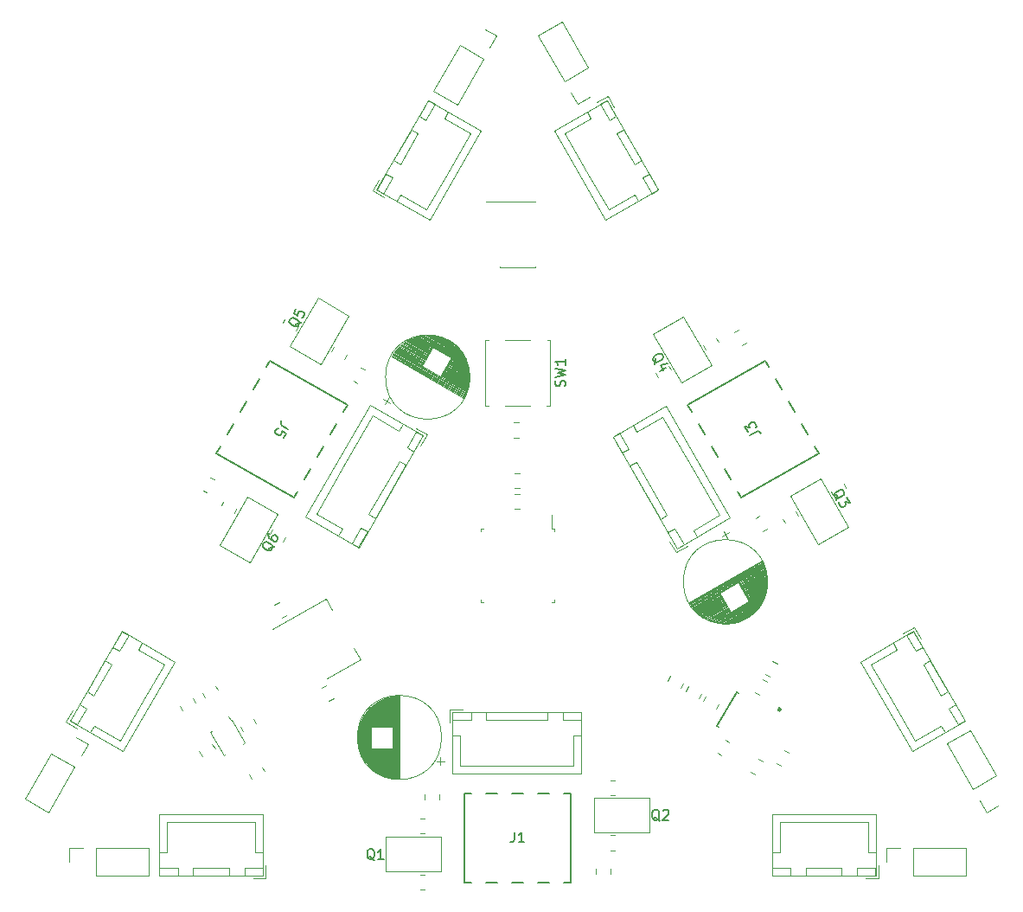
<source format=gbr>
%TF.GenerationSoftware,KiCad,Pcbnew,7.0.5*%
%TF.CreationDate,2023-07-14T15:15:51+02:00*%
%TF.ProjectId,Small,536d616c-6c2e-46b6-9963-61645f706362,rev?*%
%TF.SameCoordinates,Original*%
%TF.FileFunction,Legend,Top*%
%TF.FilePolarity,Positive*%
%FSLAX46Y46*%
G04 Gerber Fmt 4.6, Leading zero omitted, Abs format (unit mm)*
G04 Created by KiCad (PCBNEW 7.0.5) date 2023-07-14 15:15:51*
%MOMM*%
%LPD*%
G01*
G04 APERTURE LIST*
%ADD10C,0.150000*%
%ADD11C,0.120000*%
%ADD12C,0.152400*%
%ADD13C,0.254000*%
G04 APERTURE END LIST*
D10*
%TO.C,J1*%
X74666666Y-111454819D02*
X74666666Y-112169104D01*
X74666666Y-112169104D02*
X74619047Y-112311961D01*
X74619047Y-112311961D02*
X74523809Y-112407200D01*
X74523809Y-112407200D02*
X74380952Y-112454819D01*
X74380952Y-112454819D02*
X74285714Y-112454819D01*
X75666666Y-112454819D02*
X75095238Y-112454819D01*
X75380952Y-112454819D02*
X75380952Y-111454819D01*
X75380952Y-111454819D02*
X75285714Y-111597676D01*
X75285714Y-111597676D02*
X75190476Y-111692914D01*
X75190476Y-111692914D02*
X75095238Y-111740533D01*
%TO.C,Q4*%
X88449221Y-65697101D02*
X88442841Y-65590813D01*
X88442841Y-65590813D02*
X88477701Y-65460716D01*
X88477701Y-65460716D02*
X88529990Y-65265569D01*
X88529990Y-65265569D02*
X88523610Y-65159281D01*
X88523610Y-65159281D02*
X88475991Y-65076802D01*
X88293604Y-65237089D02*
X88287225Y-65130801D01*
X88287225Y-65130801D02*
X88322084Y-65000704D01*
X88322084Y-65000704D02*
X88463232Y-64864226D01*
X88463232Y-64864226D02*
X88751907Y-64697560D01*
X88751907Y-64697560D02*
X88940674Y-64643561D01*
X88940674Y-64643561D02*
X89070771Y-64678420D01*
X89070771Y-64678420D02*
X89159630Y-64737089D01*
X89159630Y-64737089D02*
X89254868Y-64902047D01*
X89254868Y-64902047D02*
X89261248Y-65008335D01*
X89261248Y-65008335D02*
X89226388Y-65138432D01*
X89226388Y-65138432D02*
X89085240Y-65274910D01*
X89085240Y-65274910D02*
X88796565Y-65441576D01*
X88796565Y-65441576D02*
X88607798Y-65495575D01*
X88607798Y-65495575D02*
X88477701Y-65460716D01*
X88477701Y-65460716D02*
X88388842Y-65402047D01*
X88388842Y-65402047D02*
X88293604Y-65237089D01*
X89513812Y-66017217D02*
X88936461Y-66350551D01*
X89724679Y-65620545D02*
X88987041Y-65771491D01*
X88987041Y-65771491D02*
X89296565Y-66307602D01*
%TO.C,Q2*%
X88904761Y-110350057D02*
X88809523Y-110302438D01*
X88809523Y-110302438D02*
X88714285Y-110207200D01*
X88714285Y-110207200D02*
X88571428Y-110064342D01*
X88571428Y-110064342D02*
X88476190Y-110016723D01*
X88476190Y-110016723D02*
X88380952Y-110016723D01*
X88428571Y-110254819D02*
X88333333Y-110207200D01*
X88333333Y-110207200D02*
X88238095Y-110111961D01*
X88238095Y-110111961D02*
X88190476Y-109921485D01*
X88190476Y-109921485D02*
X88190476Y-109588152D01*
X88190476Y-109588152D02*
X88238095Y-109397676D01*
X88238095Y-109397676D02*
X88333333Y-109302438D01*
X88333333Y-109302438D02*
X88428571Y-109254819D01*
X88428571Y-109254819D02*
X88619047Y-109254819D01*
X88619047Y-109254819D02*
X88714285Y-109302438D01*
X88714285Y-109302438D02*
X88809523Y-109397676D01*
X88809523Y-109397676D02*
X88857142Y-109588152D01*
X88857142Y-109588152D02*
X88857142Y-109921485D01*
X88857142Y-109921485D02*
X88809523Y-110111961D01*
X88809523Y-110111961D02*
X88714285Y-110207200D01*
X88714285Y-110207200D02*
X88619047Y-110254819D01*
X88619047Y-110254819D02*
X88428571Y-110254819D01*
X89238095Y-109350057D02*
X89285714Y-109302438D01*
X89285714Y-109302438D02*
X89380952Y-109254819D01*
X89380952Y-109254819D02*
X89619047Y-109254819D01*
X89619047Y-109254819D02*
X89714285Y-109302438D01*
X89714285Y-109302438D02*
X89761904Y-109350057D01*
X89761904Y-109350057D02*
X89809523Y-109445295D01*
X89809523Y-109445295D02*
X89809523Y-109540533D01*
X89809523Y-109540533D02*
X89761904Y-109683390D01*
X89761904Y-109683390D02*
X89190476Y-110254819D01*
X89190476Y-110254819D02*
X89809523Y-110254819D01*
%TO.C,SW1*%
X79647200Y-67833332D02*
X79694819Y-67690475D01*
X79694819Y-67690475D02*
X79694819Y-67452380D01*
X79694819Y-67452380D02*
X79647200Y-67357142D01*
X79647200Y-67357142D02*
X79599580Y-67309523D01*
X79599580Y-67309523D02*
X79504342Y-67261904D01*
X79504342Y-67261904D02*
X79409104Y-67261904D01*
X79409104Y-67261904D02*
X79313866Y-67309523D01*
X79313866Y-67309523D02*
X79266247Y-67357142D01*
X79266247Y-67357142D02*
X79218628Y-67452380D01*
X79218628Y-67452380D02*
X79171009Y-67642856D01*
X79171009Y-67642856D02*
X79123390Y-67738094D01*
X79123390Y-67738094D02*
X79075771Y-67785713D01*
X79075771Y-67785713D02*
X78980533Y-67833332D01*
X78980533Y-67833332D02*
X78885295Y-67833332D01*
X78885295Y-67833332D02*
X78790057Y-67785713D01*
X78790057Y-67785713D02*
X78742438Y-67738094D01*
X78742438Y-67738094D02*
X78694819Y-67642856D01*
X78694819Y-67642856D02*
X78694819Y-67404761D01*
X78694819Y-67404761D02*
X78742438Y-67261904D01*
X78694819Y-66928570D02*
X79694819Y-66690475D01*
X79694819Y-66690475D02*
X78980533Y-66499999D01*
X78980533Y-66499999D02*
X79694819Y-66309523D01*
X79694819Y-66309523D02*
X78694819Y-66071428D01*
X79694819Y-65166666D02*
X79694819Y-65738094D01*
X79694819Y-65452380D02*
X78694819Y-65452380D01*
X78694819Y-65452380D02*
X78837676Y-65547618D01*
X78837676Y-65547618D02*
X78932914Y-65642856D01*
X78932914Y-65642856D02*
X78980533Y-65738094D01*
%TO.C,Q1*%
X61004761Y-114200057D02*
X60909523Y-114152438D01*
X60909523Y-114152438D02*
X60814285Y-114057200D01*
X60814285Y-114057200D02*
X60671428Y-113914342D01*
X60671428Y-113914342D02*
X60576190Y-113866723D01*
X60576190Y-113866723D02*
X60480952Y-113866723D01*
X60528571Y-114104819D02*
X60433333Y-114057200D01*
X60433333Y-114057200D02*
X60338095Y-113961961D01*
X60338095Y-113961961D02*
X60290476Y-113771485D01*
X60290476Y-113771485D02*
X60290476Y-113438152D01*
X60290476Y-113438152D02*
X60338095Y-113247676D01*
X60338095Y-113247676D02*
X60433333Y-113152438D01*
X60433333Y-113152438D02*
X60528571Y-113104819D01*
X60528571Y-113104819D02*
X60719047Y-113104819D01*
X60719047Y-113104819D02*
X60814285Y-113152438D01*
X60814285Y-113152438D02*
X60909523Y-113247676D01*
X60909523Y-113247676D02*
X60957142Y-113438152D01*
X60957142Y-113438152D02*
X60957142Y-113771485D01*
X60957142Y-113771485D02*
X60909523Y-113961961D01*
X60909523Y-113961961D02*
X60814285Y-114057200D01*
X60814285Y-114057200D02*
X60719047Y-114104819D01*
X60719047Y-114104819D02*
X60528571Y-114104819D01*
X61909523Y-114104819D02*
X61338095Y-114104819D01*
X61623809Y-114104819D02*
X61623809Y-113104819D01*
X61623809Y-113104819D02*
X61528571Y-113247676D01*
X61528571Y-113247676D02*
X61433333Y-113342914D01*
X61433333Y-113342914D02*
X61338095Y-113390533D01*
%TO.C,Q6*%
X51250249Y-83441353D02*
X51161391Y-83500022D01*
X51161391Y-83500022D02*
X51031293Y-83534881D01*
X51031293Y-83534881D02*
X50836146Y-83587171D01*
X50836146Y-83587171D02*
X50747288Y-83645840D01*
X50747288Y-83645840D02*
X50699669Y-83728318D01*
X50929675Y-83806127D02*
X50840817Y-83864796D01*
X50840817Y-83864796D02*
X50710719Y-83899655D01*
X50710719Y-83899655D02*
X50521952Y-83845657D01*
X50521952Y-83845657D02*
X50233277Y-83678990D01*
X50233277Y-83678990D02*
X50092129Y-83542512D01*
X50092129Y-83542512D02*
X50057270Y-83412415D01*
X50057270Y-83412415D02*
X50063650Y-83306127D01*
X50063650Y-83306127D02*
X50158888Y-83141169D01*
X50158888Y-83141169D02*
X50247746Y-83082500D01*
X50247746Y-83082500D02*
X50377844Y-83047641D01*
X50377844Y-83047641D02*
X50566611Y-83101640D01*
X50566611Y-83101640D02*
X50855286Y-83268306D01*
X50855286Y-83268306D02*
X50996433Y-83404784D01*
X50996433Y-83404784D02*
X51031293Y-83534881D01*
X51031293Y-83534881D02*
X51024913Y-83641169D01*
X51024913Y-83641169D02*
X50929675Y-83806127D01*
X50706507Y-82192665D02*
X50611269Y-82357623D01*
X50611269Y-82357623D02*
X50604889Y-82463911D01*
X50604889Y-82463911D02*
X50622319Y-82528960D01*
X50622319Y-82528960D02*
X50698418Y-82682867D01*
X50698418Y-82682867D02*
X50839565Y-82819344D01*
X50839565Y-82819344D02*
X51169480Y-83009820D01*
X51169480Y-83009820D02*
X51275768Y-83016200D01*
X51275768Y-83016200D02*
X51340817Y-82998770D01*
X51340817Y-82998770D02*
X51429675Y-82940101D01*
X51429675Y-82940101D02*
X51524913Y-82775144D01*
X51524913Y-82775144D02*
X51531293Y-82668856D01*
X51531293Y-82668856D02*
X51513863Y-82603807D01*
X51513863Y-82603807D02*
X51455194Y-82514949D01*
X51455194Y-82514949D02*
X51248997Y-82395901D01*
X51248997Y-82395901D02*
X51142709Y-82389521D01*
X51142709Y-82389521D02*
X51077661Y-82406951D01*
X51077661Y-82406951D02*
X50988802Y-82465620D01*
X50988802Y-82465620D02*
X50893564Y-82630578D01*
X50893564Y-82630578D02*
X50887184Y-82736866D01*
X50887184Y-82736866D02*
X50904614Y-82801914D01*
X50904614Y-82801914D02*
X50963283Y-82890773D01*
%TO.C,Q3*%
X106170246Y-79001395D02*
X106163866Y-78895107D01*
X106163866Y-78895107D02*
X106198726Y-78765010D01*
X106198726Y-78765010D02*
X106251015Y-78569863D01*
X106251015Y-78569863D02*
X106244635Y-78463575D01*
X106244635Y-78463575D02*
X106197016Y-78381096D01*
X106014629Y-78541383D02*
X106008250Y-78435095D01*
X106008250Y-78435095D02*
X106043109Y-78304998D01*
X106043109Y-78304998D02*
X106184257Y-78168520D01*
X106184257Y-78168520D02*
X106472932Y-78001854D01*
X106472932Y-78001854D02*
X106661699Y-77947855D01*
X106661699Y-77947855D02*
X106791796Y-77982714D01*
X106791796Y-77982714D02*
X106880655Y-78041383D01*
X106880655Y-78041383D02*
X106975893Y-78206341D01*
X106975893Y-78206341D02*
X106982273Y-78312629D01*
X106982273Y-78312629D02*
X106947413Y-78442726D01*
X106947413Y-78442726D02*
X106806265Y-78579204D01*
X106806265Y-78579204D02*
X106517590Y-78745870D01*
X106517590Y-78745870D02*
X106328823Y-78799869D01*
X106328823Y-78799869D02*
X106198726Y-78765010D01*
X106198726Y-78765010D02*
X106109867Y-78706341D01*
X106109867Y-78706341D02*
X106014629Y-78541383D01*
X107261607Y-78701212D02*
X107571131Y-79237323D01*
X107571131Y-79237323D02*
X107074550Y-79139124D01*
X107074550Y-79139124D02*
X107145978Y-79262842D01*
X107145978Y-79262842D02*
X107152358Y-79369130D01*
X107152358Y-79369130D02*
X107134928Y-79434179D01*
X107134928Y-79434179D02*
X107076259Y-79523037D01*
X107076259Y-79523037D02*
X106870063Y-79642085D01*
X106870063Y-79642085D02*
X106763775Y-79648465D01*
X106763775Y-79648465D02*
X106698726Y-79631035D01*
X106698726Y-79631035D02*
X106609867Y-79572366D01*
X106609867Y-79572366D02*
X106467010Y-79324930D01*
X106467010Y-79324930D02*
X106460631Y-79218642D01*
X106460631Y-79218642D02*
X106478060Y-79153593D01*
%TO.C,Q5*%
X53845250Y-61523661D02*
X53756392Y-61582330D01*
X53756392Y-61582330D02*
X53626294Y-61617189D01*
X53626294Y-61617189D02*
X53431147Y-61669479D01*
X53431147Y-61669479D02*
X53342289Y-61728148D01*
X53342289Y-61728148D02*
X53294670Y-61810626D01*
X53524676Y-61888435D02*
X53435818Y-61947104D01*
X53435818Y-61947104D02*
X53305720Y-61981963D01*
X53305720Y-61981963D02*
X53116953Y-61927965D01*
X53116953Y-61927965D02*
X52828278Y-61761298D01*
X52828278Y-61761298D02*
X52687130Y-61624820D01*
X52687130Y-61624820D02*
X52652271Y-61494723D01*
X52652271Y-61494723D02*
X52658651Y-61388435D01*
X52658651Y-61388435D02*
X52753889Y-61223477D01*
X52753889Y-61223477D02*
X52842747Y-61164808D01*
X52842747Y-61164808D02*
X52972845Y-61129949D01*
X52972845Y-61129949D02*
X53161612Y-61183948D01*
X53161612Y-61183948D02*
X53450287Y-61350614D01*
X53450287Y-61350614D02*
X53591434Y-61487092D01*
X53591434Y-61487092D02*
X53626294Y-61617189D01*
X53626294Y-61617189D02*
X53619914Y-61723477D01*
X53619914Y-61723477D02*
X53524676Y-61888435D01*
X53325317Y-60233734D02*
X53087222Y-60646127D01*
X53087222Y-60646127D02*
X53475806Y-60925462D01*
X53475806Y-60925462D02*
X53458376Y-60860413D01*
X53458376Y-60860413D02*
X53464756Y-60754125D01*
X53464756Y-60754125D02*
X53583803Y-60547928D01*
X53583803Y-60547928D02*
X53672662Y-60489259D01*
X53672662Y-60489259D02*
X53737710Y-60471829D01*
X53737710Y-60471829D02*
X53843998Y-60478209D01*
X53843998Y-60478209D02*
X54050195Y-60597257D01*
X54050195Y-60597257D02*
X54108864Y-60686115D01*
X54108864Y-60686115D02*
X54126294Y-60751164D01*
X54126294Y-60751164D02*
X54119914Y-60857452D01*
X54119914Y-60857452D02*
X54000867Y-61063649D01*
X54000867Y-61063649D02*
X53912008Y-61122318D01*
X53912008Y-61122318D02*
X53846959Y-61139747D01*
%TO.C,J3*%
X97766322Y-72599742D02*
X98384911Y-72242599D01*
X98384911Y-72242599D02*
X98532439Y-72212410D01*
X98532439Y-72212410D02*
X98662536Y-72247270D01*
X98662536Y-72247270D02*
X98775204Y-72347178D01*
X98775204Y-72347178D02*
X98822823Y-72429657D01*
X97575845Y-72269828D02*
X97266322Y-71733717D01*
X97266322Y-71733717D02*
X97762903Y-71831916D01*
X97762903Y-71831916D02*
X97691474Y-71708198D01*
X97691474Y-71708198D02*
X97685094Y-71601910D01*
X97685094Y-71601910D02*
X97702524Y-71536861D01*
X97702524Y-71536861D02*
X97761193Y-71448002D01*
X97761193Y-71448002D02*
X97967390Y-71328955D01*
X97967390Y-71328955D02*
X98073678Y-71322575D01*
X98073678Y-71322575D02*
X98138727Y-71340005D01*
X98138727Y-71340005D02*
X98227585Y-71398674D01*
X98227585Y-71398674D02*
X98370442Y-71646110D01*
X98370442Y-71646110D02*
X98376822Y-71752398D01*
X98376822Y-71752398D02*
X98359392Y-71817447D01*
%TO.C,J5*%
X52567009Y-72022392D02*
X51948419Y-71665249D01*
X51948419Y-71665249D02*
X51848511Y-71552581D01*
X51848511Y-71552581D02*
X51813651Y-71422483D01*
X51813651Y-71422483D02*
X51843841Y-71274956D01*
X51843841Y-71274956D02*
X51891460Y-71192477D01*
X52090818Y-72847178D02*
X52328913Y-72434785D01*
X52328913Y-72434785D02*
X51940330Y-72155450D01*
X51940330Y-72155450D02*
X51957760Y-72220499D01*
X51957760Y-72220499D02*
X51951380Y-72326787D01*
X51951380Y-72326787D02*
X51832332Y-72532984D01*
X51832332Y-72532984D02*
X51743474Y-72591653D01*
X51743474Y-72591653D02*
X51678425Y-72609083D01*
X51678425Y-72609083D02*
X51572137Y-72602703D01*
X51572137Y-72602703D02*
X51365940Y-72483655D01*
X51365940Y-72483655D02*
X51307271Y-72394797D01*
X51307271Y-72394797D02*
X51289842Y-72329748D01*
X51289842Y-72329748D02*
X51296221Y-72223460D01*
X51296221Y-72223460D02*
X51415269Y-72017264D01*
X51415269Y-72017264D02*
X51504127Y-71958594D01*
X51504127Y-71958594D02*
X51569176Y-71941165D01*
D11*
%TO.C,J14*%
X50350000Y-115983800D02*
X50350000Y-114733800D01*
X50060000Y-115693800D02*
X50060000Y-109723800D01*
X50060000Y-109723800D02*
X39940000Y-109723800D01*
X50050000Y-115683800D02*
X50050000Y-114933800D01*
X50050000Y-114933800D02*
X48250000Y-114933800D01*
X50050000Y-113433800D02*
X49300000Y-113433800D01*
X49300000Y-113433800D02*
X49300000Y-110483800D01*
X49300000Y-110483800D02*
X45000000Y-110483800D01*
X49100000Y-115983800D02*
X50350000Y-115983800D01*
X48250000Y-115683800D02*
X50050000Y-115683800D01*
X48250000Y-114933800D02*
X48250000Y-115683800D01*
X46750000Y-115683800D02*
X46750000Y-114933800D01*
X46750000Y-114933800D02*
X43250000Y-114933800D01*
X43250000Y-115683800D02*
X46750000Y-115683800D01*
X43250000Y-114933800D02*
X43250000Y-115683800D01*
X41750000Y-115683800D02*
X41750000Y-114933800D01*
X41750000Y-114933800D02*
X39950000Y-114933800D01*
X40700000Y-113433800D02*
X40700000Y-110483800D01*
X40700000Y-110483800D02*
X45000000Y-110483800D01*
X39950000Y-115683800D02*
X41750000Y-115683800D01*
X39950000Y-114933800D02*
X39950000Y-115683800D01*
X39950000Y-113433800D02*
X40700000Y-113433800D01*
X39940000Y-115693800D02*
X50060000Y-115693800D01*
X39940000Y-109723800D02*
X39940000Y-115693800D01*
D12*
%TO.C,J1*%
X69767600Y-107631200D02*
X69767600Y-116368800D01*
X69767600Y-116368800D02*
X70501260Y-116368800D01*
X70501260Y-107631200D02*
X69767600Y-107631200D01*
X71878740Y-116368800D02*
X73041260Y-116368800D01*
X73041260Y-107631200D02*
X71878740Y-107631200D01*
X74418740Y-116368800D02*
X75581260Y-116368800D01*
X75581260Y-107631200D02*
X74418740Y-107631200D01*
X76958740Y-116368800D02*
X78121260Y-116368800D01*
X78121260Y-107631200D02*
X76958740Y-107631200D01*
X79498740Y-116368800D02*
X80232400Y-116368800D01*
X80232400Y-107631200D02*
X79498740Y-107631200D01*
X80232400Y-116368800D02*
X80232400Y-107631200D01*
D11*
%TO.C,R1*%
X65472936Y-115615000D02*
X65927064Y-115615000D01*
X65472936Y-117085000D02*
X65927064Y-117085000D01*
%TO.C,R14*%
X93403540Y-64248118D02*
X93176476Y-63854832D01*
X94676598Y-63513118D02*
X94449534Y-63119832D01*
%TO.C,R8*%
X84072936Y-111765000D02*
X84527064Y-111765000D01*
X84072936Y-113235000D02*
X84527064Y-113235000D01*
%TO.C,C5*%
X94713726Y-98930905D02*
X94452474Y-99383407D01*
X93440668Y-98195905D02*
X93179416Y-98648407D01*
%TO.C,R10*%
X89772997Y-65819832D02*
X90000061Y-66213118D01*
X88499939Y-66554832D02*
X88727003Y-66948118D01*
%TO.C,J9*%
X113745000Y-115705000D02*
X118885000Y-115705000D01*
X113745000Y-115705000D02*
X113745000Y-113045000D01*
X118885000Y-115705000D02*
X118885000Y-113045000D01*
X111145000Y-114375000D02*
X111145000Y-113045000D01*
X111145000Y-113045000D02*
X112475000Y-113045000D01*
X113745000Y-113045000D02*
X118885000Y-113045000D01*
%TO.C,R13*%
X102263893Y-80065280D02*
X102490957Y-80458566D01*
X100990835Y-80800280D02*
X101217899Y-81193566D01*
%TO.C,Q4*%
X91018717Y-67476484D02*
X93988319Y-65761984D01*
X93988319Y-65761984D02*
X91257819Y-61032620D01*
X88288217Y-62747120D02*
X91018717Y-67476484D01*
X91257819Y-61032620D02*
X88288217Y-62747120D01*
%TO.C,C7*%
X101091769Y-103466306D02*
X101544271Y-103727558D01*
X100356769Y-104739364D02*
X100809271Y-105000616D01*
%TO.C,R6*%
X98573357Y-104321701D02*
X98966643Y-104548765D01*
X97838357Y-105594759D02*
X98231643Y-105821823D01*
%TO.C,C4*%
X92981675Y-97930905D02*
X92720423Y-98383407D01*
X91708617Y-97195905D02*
X91447365Y-97648407D01*
%TO.C,R19*%
X59658868Y-65999939D02*
X60052154Y-66227003D01*
X58923868Y-67272997D02*
X59317154Y-67500061D01*
%TO.C,R12*%
X96237265Y-62540401D02*
X96630551Y-62313337D01*
X96972265Y-63813459D02*
X97365551Y-63586395D01*
%TO.C,J4*%
X90526596Y-84085005D02*
X91609128Y-83460005D01*
X90632744Y-83688858D02*
X95802915Y-80703858D01*
X95802915Y-80703858D02*
X89492915Y-69774617D01*
X90636404Y-83675198D02*
X91285923Y-83300198D01*
X91285923Y-83300198D02*
X90385923Y-81741352D01*
X92584961Y-82550198D02*
X92209961Y-81900679D01*
X92209961Y-81900679D02*
X94764736Y-80425679D01*
X94764736Y-80425679D02*
X91989736Y-75619238D01*
X89901596Y-83002474D02*
X90526596Y-84085005D01*
X89736404Y-82116352D02*
X90636404Y-83675198D01*
X90385923Y-81741352D02*
X89736404Y-82116352D01*
X88986404Y-80817314D02*
X89635923Y-80442314D01*
X89635923Y-80442314D02*
X86635923Y-75246162D01*
X85986404Y-75621162D02*
X88986404Y-80817314D01*
X86635923Y-75246162D02*
X85986404Y-75621162D01*
X85236404Y-74322123D02*
X85885923Y-73947123D01*
X85885923Y-73947123D02*
X84985923Y-72388278D01*
X86659961Y-72287797D02*
X89214736Y-70812797D01*
X89214736Y-70812797D02*
X91989736Y-75619238D01*
X84336404Y-72763278D02*
X85236404Y-74322123D01*
X84985923Y-72388278D02*
X84336404Y-72763278D01*
X86284961Y-71638278D02*
X86659961Y-72287797D01*
X84322744Y-72759617D02*
X90632744Y-83688858D01*
X89492915Y-69774617D02*
X84322744Y-72759617D01*
%TO.C,C8*%
X67849698Y-104507400D02*
X67049698Y-104507400D01*
X67449698Y-104907400D02*
X67449698Y-104107400D01*
X63440000Y-106272400D02*
X63440000Y-98112400D01*
X63400000Y-106272400D02*
X63400000Y-98112400D01*
X63360000Y-106272400D02*
X63360000Y-98112400D01*
X63320000Y-106271400D02*
X63320000Y-98113400D01*
X63280000Y-106269400D02*
X63280000Y-98115400D01*
X63240000Y-106268400D02*
X63240000Y-98116400D01*
X63200000Y-106266400D02*
X63200000Y-98118400D01*
X63160000Y-106263400D02*
X63160000Y-98121400D01*
X63120000Y-106260400D02*
X63120000Y-98124400D01*
X63080000Y-106257400D02*
X63080000Y-98127400D01*
X63040000Y-106253400D02*
X63040000Y-98131400D01*
X63000000Y-106249400D02*
X63000000Y-98135400D01*
X62960000Y-106244400D02*
X62960000Y-98140400D01*
X62920000Y-106240400D02*
X62920000Y-98144400D01*
X62880000Y-106234400D02*
X62880000Y-98150400D01*
X62840000Y-106229400D02*
X62840000Y-98155400D01*
X62800000Y-106222400D02*
X62800000Y-98162400D01*
X62760000Y-106216400D02*
X62760000Y-98168400D01*
X62719000Y-106209400D02*
X62719000Y-103232400D01*
X62719000Y-101152400D02*
X62719000Y-98175400D01*
X62679000Y-106202400D02*
X62679000Y-103232400D01*
X62679000Y-101152400D02*
X62679000Y-98182400D01*
X62639000Y-106194400D02*
X62639000Y-103232400D01*
X62639000Y-101152400D02*
X62639000Y-98190400D01*
X62599000Y-106186400D02*
X62599000Y-103232400D01*
X62599000Y-101152400D02*
X62599000Y-98198400D01*
X62559000Y-106177400D02*
X62559000Y-103232400D01*
X62559000Y-101152400D02*
X62559000Y-98207400D01*
X62519000Y-106168400D02*
X62519000Y-103232400D01*
X62519000Y-101152400D02*
X62519000Y-98216400D01*
X62479000Y-106159400D02*
X62479000Y-103232400D01*
X62479000Y-101152400D02*
X62479000Y-98225400D01*
X62439000Y-106149400D02*
X62439000Y-103232400D01*
X62439000Y-101152400D02*
X62439000Y-98235400D01*
X62399000Y-106139400D02*
X62399000Y-103232400D01*
X62399000Y-101152400D02*
X62399000Y-98245400D01*
X62359000Y-106128400D02*
X62359000Y-103232400D01*
X62359000Y-101152400D02*
X62359000Y-98256400D01*
X62319000Y-106117400D02*
X62319000Y-103232400D01*
X62319000Y-101152400D02*
X62319000Y-98267400D01*
X62279000Y-106106400D02*
X62279000Y-103232400D01*
X62279000Y-101152400D02*
X62279000Y-98278400D01*
X62239000Y-106094400D02*
X62239000Y-103232400D01*
X62239000Y-101152400D02*
X62239000Y-98290400D01*
X62199000Y-106081400D02*
X62199000Y-103232400D01*
X62199000Y-101152400D02*
X62199000Y-98303400D01*
X62159000Y-106069400D02*
X62159000Y-103232400D01*
X62159000Y-101152400D02*
X62159000Y-98315400D01*
X62119000Y-106055400D02*
X62119000Y-103232400D01*
X62119000Y-101152400D02*
X62119000Y-98329400D01*
X62079000Y-106042400D02*
X62079000Y-103232400D01*
X62079000Y-101152400D02*
X62079000Y-98342400D01*
X62039000Y-106027400D02*
X62039000Y-103232400D01*
X62039000Y-101152400D02*
X62039000Y-98357400D01*
X61999000Y-106013400D02*
X61999000Y-103232400D01*
X61999000Y-101152400D02*
X61999000Y-98371400D01*
X61959000Y-105997400D02*
X61959000Y-103232400D01*
X61959000Y-101152400D02*
X61959000Y-98387400D01*
X61919000Y-105982400D02*
X61919000Y-103232400D01*
X61919000Y-101152400D02*
X61919000Y-98402400D01*
X61879000Y-105966400D02*
X61879000Y-103232400D01*
X61879000Y-101152400D02*
X61879000Y-98418400D01*
X61839000Y-105949400D02*
X61839000Y-103232400D01*
X61839000Y-101152400D02*
X61839000Y-98435400D01*
X61799000Y-105932400D02*
X61799000Y-103232400D01*
X61799000Y-101152400D02*
X61799000Y-98452400D01*
X61759000Y-105914400D02*
X61759000Y-103232400D01*
X61759000Y-101152400D02*
X61759000Y-98470400D01*
X61719000Y-105896400D02*
X61719000Y-103232400D01*
X61719000Y-101152400D02*
X61719000Y-98488400D01*
X61679000Y-105878400D02*
X61679000Y-103232400D01*
X61679000Y-101152400D02*
X61679000Y-98506400D01*
X61639000Y-105858400D02*
X61639000Y-103232400D01*
X61639000Y-101152400D02*
X61639000Y-98526400D01*
X61599000Y-105839400D02*
X61599000Y-103232400D01*
X61599000Y-101152400D02*
X61599000Y-98545400D01*
X61559000Y-105819400D02*
X61559000Y-103232400D01*
X61559000Y-101152400D02*
X61559000Y-98565400D01*
X61519000Y-105798400D02*
X61519000Y-103232400D01*
X61519000Y-101152400D02*
X61519000Y-98586400D01*
X61479000Y-105776400D02*
X61479000Y-103232400D01*
X61479000Y-101152400D02*
X61479000Y-98608400D01*
X61439000Y-105754400D02*
X61439000Y-103232400D01*
X61439000Y-101152400D02*
X61439000Y-98630400D01*
X61399000Y-105732400D02*
X61399000Y-103232400D01*
X61399000Y-101152400D02*
X61399000Y-98652400D01*
X61359000Y-105709400D02*
X61359000Y-103232400D01*
X61359000Y-101152400D02*
X61359000Y-98675400D01*
X61319000Y-105685400D02*
X61319000Y-103232400D01*
X61319000Y-101152400D02*
X61319000Y-98699400D01*
X61279000Y-105661400D02*
X61279000Y-103232400D01*
X61279000Y-101152400D02*
X61279000Y-98723400D01*
X61239000Y-105636400D02*
X61239000Y-103232400D01*
X61239000Y-101152400D02*
X61239000Y-98748400D01*
X61199000Y-105610400D02*
X61199000Y-103232400D01*
X61199000Y-101152400D02*
X61199000Y-98774400D01*
X61159000Y-105584400D02*
X61159000Y-103232400D01*
X61159000Y-101152400D02*
X61159000Y-98800400D01*
X61119000Y-105557400D02*
X61119000Y-103232400D01*
X61119000Y-101152400D02*
X61119000Y-98827400D01*
X61079000Y-105530400D02*
X61079000Y-103232400D01*
X61079000Y-101152400D02*
X61079000Y-98854400D01*
X61039000Y-105501400D02*
X61039000Y-103232400D01*
X61039000Y-101152400D02*
X61039000Y-98883400D01*
X60999000Y-105472400D02*
X60999000Y-103232400D01*
X60999000Y-101152400D02*
X60999000Y-98912400D01*
X60959000Y-105442400D02*
X60959000Y-103232400D01*
X60959000Y-101152400D02*
X60959000Y-98942400D01*
X60919000Y-105412400D02*
X60919000Y-103232400D01*
X60919000Y-101152400D02*
X60919000Y-98972400D01*
X60879000Y-105381400D02*
X60879000Y-103232400D01*
X60879000Y-101152400D02*
X60879000Y-99003400D01*
X60839000Y-105348400D02*
X60839000Y-103232400D01*
X60839000Y-101152400D02*
X60839000Y-99036400D01*
X60799000Y-105316400D02*
X60799000Y-103232400D01*
X60799000Y-101152400D02*
X60799000Y-99068400D01*
X60759000Y-105282400D02*
X60759000Y-103232400D01*
X60759000Y-101152400D02*
X60759000Y-99102400D01*
X60719000Y-105247400D02*
X60719000Y-103232400D01*
X60719000Y-101152400D02*
X60719000Y-99137400D01*
X60679000Y-105211400D02*
X60679000Y-103232400D01*
X60679000Y-101152400D02*
X60679000Y-99173400D01*
X60639000Y-105175400D02*
X60639000Y-99209400D01*
X60599000Y-105137400D02*
X60599000Y-99247400D01*
X60559000Y-105099400D02*
X60559000Y-99285400D01*
X60519000Y-105059400D02*
X60519000Y-99325400D01*
X60479000Y-105018400D02*
X60479000Y-99366400D01*
X60439000Y-104976400D02*
X60439000Y-99408400D01*
X60399000Y-104933400D02*
X60399000Y-99451400D01*
X60359000Y-104889400D02*
X60359000Y-99495400D01*
X60319000Y-104843400D02*
X60319000Y-99541400D01*
X60279000Y-104796400D02*
X60279000Y-99588400D01*
X60239000Y-104748400D02*
X60239000Y-99636400D01*
X60199000Y-104697400D02*
X60199000Y-99687400D01*
X60159000Y-104646400D02*
X60159000Y-99738400D01*
X60119000Y-104592400D02*
X60119000Y-99792400D01*
X60079000Y-104537400D02*
X60079000Y-99847400D01*
X60039000Y-104479400D02*
X60039000Y-99905400D01*
X59999000Y-104420400D02*
X59999000Y-99964400D01*
X59959000Y-104358400D02*
X59959000Y-100026400D01*
X59919000Y-104294400D02*
X59919000Y-100090400D01*
X59879000Y-104226400D02*
X59879000Y-100158400D01*
X59839000Y-104156400D02*
X59839000Y-100228400D01*
X59799000Y-104082400D02*
X59799000Y-100302400D01*
X59759000Y-104005400D02*
X59759000Y-100379400D01*
X59719000Y-103923400D02*
X59719000Y-100461400D01*
X59679000Y-103837400D02*
X59679000Y-100547400D01*
X59639000Y-103744400D02*
X59639000Y-100640400D01*
X59599000Y-103645400D02*
X59599000Y-100739400D01*
X59559000Y-103538400D02*
X59559000Y-100846400D01*
X59519000Y-103421400D02*
X59519000Y-100963400D01*
X59479000Y-103290400D02*
X59479000Y-101094400D01*
X59439000Y-103140400D02*
X59439000Y-101244400D01*
X59399000Y-102960400D02*
X59399000Y-101424400D01*
X59359000Y-102725400D02*
X59359000Y-101659400D01*
X67560000Y-102192400D02*
G75*
G03*
X67560000Y-102192400I-4120000J0D01*
G01*
%TO.C,Q2*%
X82469500Y-108085500D02*
X82469500Y-111514500D01*
X82469500Y-111514500D02*
X87930500Y-111514500D01*
X87930500Y-108085500D02*
X82469500Y-108085500D01*
X87930500Y-111514500D02*
X87930500Y-108085500D01*
%TO.C,J16*%
X113846870Y-91394103D02*
X112764338Y-92019103D01*
X113740722Y-91790250D02*
X108570551Y-94775250D01*
X108570551Y-94775250D02*
X113630551Y-103539427D01*
X113737062Y-91803910D02*
X113087543Y-92178910D01*
X113087543Y-92178910D02*
X113987543Y-93737756D01*
X111788505Y-92928910D02*
X112163505Y-93578429D01*
X112163505Y-93578429D02*
X109608730Y-95053429D01*
X109608730Y-95053429D02*
X111758730Y-98777339D01*
X114471870Y-92476634D02*
X113846870Y-91394103D01*
X114637062Y-93362756D02*
X113737062Y-91803910D01*
X113987543Y-93737756D02*
X114637062Y-93362756D01*
X115387062Y-94661794D02*
X114737543Y-95036794D01*
X114737543Y-95036794D02*
X116487543Y-98067883D01*
X117137062Y-97692883D02*
X115387062Y-94661794D01*
X116487543Y-98067883D02*
X117137062Y-97692883D01*
X117887062Y-98991921D02*
X117237543Y-99366921D01*
X117237543Y-99366921D02*
X118137543Y-100925767D01*
X116463505Y-101026248D02*
X113908730Y-102501248D01*
X113908730Y-102501248D02*
X111758730Y-98777339D01*
X118787062Y-100550767D02*
X117887062Y-98991921D01*
X118137543Y-100925767D02*
X118787062Y-100550767D01*
X116838505Y-101675767D02*
X116463505Y-101026248D01*
X118800722Y-100554427D02*
X113740722Y-91790250D01*
X113630551Y-103539427D02*
X118800722Y-100554427D01*
%TO.C,SW1*%
X71790000Y-69710000D02*
X72200000Y-69710000D01*
X73800000Y-69710000D02*
X76200000Y-69710000D01*
X77800000Y-69710000D02*
X78210000Y-69710000D01*
X78210000Y-69710000D02*
X78210000Y-63290000D01*
X71790000Y-63290000D02*
X71790000Y-69710000D01*
X72200000Y-63290000D02*
X71790000Y-63290000D01*
X76200000Y-63290000D02*
X73800000Y-63290000D01*
X78210000Y-63290000D02*
X77930000Y-63290000D01*
%TO.C,U4*%
X46997724Y-100456828D02*
X46911122Y-100506828D01*
X46911122Y-100506828D02*
X46711122Y-100160418D01*
X44919264Y-101656828D02*
X45092469Y-101556828D01*
X44919264Y-101656828D02*
X46219264Y-103908494D01*
X48297724Y-102708494D02*
X46997724Y-100456828D01*
X48124519Y-102808494D02*
X48297724Y-102708494D01*
X46219264Y-103908494D02*
X46392469Y-103808494D01*
%TO.C,J7*%
X66133403Y-72549548D02*
X65050871Y-71924548D01*
X65737255Y-72655695D02*
X60567084Y-69670695D01*
X60567084Y-69670695D02*
X54257084Y-80599936D01*
X65723595Y-72659355D02*
X65074076Y-72284355D01*
X65074076Y-72284355D02*
X64174076Y-73843201D01*
X63775038Y-71534355D02*
X63400038Y-72183874D01*
X63400038Y-72183874D02*
X60845263Y-70708874D01*
X60845263Y-70708874D02*
X58070263Y-75515315D01*
X65508403Y-73632079D02*
X66133403Y-72549548D01*
X64823595Y-74218201D02*
X65723595Y-72659355D01*
X64174076Y-73843201D02*
X64823595Y-74218201D01*
X64073595Y-75517239D02*
X63424076Y-75142239D01*
X63424076Y-75142239D02*
X60424076Y-80338391D01*
X61073595Y-80713391D02*
X64073595Y-75517239D01*
X60424076Y-80338391D02*
X61073595Y-80713391D01*
X60323595Y-82012430D02*
X59674076Y-81637430D01*
X59674076Y-81637430D02*
X58774076Y-83196275D01*
X57850038Y-81796756D02*
X55295263Y-80321756D01*
X55295263Y-80321756D02*
X58070263Y-75515315D01*
X59423595Y-83571275D02*
X60323595Y-82012430D01*
X58774076Y-83196275D02*
X59423595Y-83571275D01*
X57475038Y-82446275D02*
X57850038Y-81796756D01*
X59427255Y-83584936D02*
X65737255Y-72655695D01*
X54257084Y-80599936D02*
X59427255Y-83584936D01*
%TO.C,R16*%
X53500061Y-61991434D02*
X53272997Y-62384720D01*
X52227003Y-61256434D02*
X51999939Y-61649720D01*
%TO.C,C6*%
X91249624Y-96930905D02*
X90988372Y-97383407D01*
X89976566Y-96195905D02*
X89715314Y-96648407D01*
%TO.C,J10*%
X121907921Y-105913854D02*
X119337921Y-101462483D01*
X121907921Y-105913854D02*
X119604293Y-107243854D01*
X119337921Y-101462483D02*
X117034293Y-102792483D01*
X122056107Y-108830520D02*
X120904293Y-109495520D01*
X120904293Y-109495520D02*
X120239293Y-108343706D01*
X119604293Y-107243854D02*
X117034293Y-102792483D01*
%TO.C,R23*%
X56763079Y-64399720D02*
X56990143Y-64006434D01*
X58036137Y-65134720D02*
X58263201Y-64741434D01*
%TO.C,C18*%
X45114237Y-102824532D02*
X45375489Y-103277034D01*
X43841179Y-103559532D02*
X44102431Y-104012034D01*
%TO.C,C11*%
X61992135Y-69592433D02*
X62392135Y-68899613D01*
X61845725Y-69046023D02*
X62538545Y-69446023D01*
X62668449Y-64891023D02*
X69735217Y-68971023D01*
X62688449Y-64856382D02*
X69755217Y-68936382D01*
X62708449Y-64821741D02*
X69775217Y-68901741D01*
X62729315Y-64787599D02*
X69794351Y-68866599D01*
X62751047Y-64753958D02*
X69812619Y-68830958D01*
X62771913Y-64719817D02*
X69831753Y-68795817D01*
X62793646Y-64686176D02*
X69850020Y-68760176D01*
X62816244Y-64653035D02*
X69867422Y-68724035D01*
X62838842Y-64619894D02*
X69884824Y-68687894D01*
X62861440Y-64586753D02*
X69902226Y-68651753D01*
X62884904Y-64554112D02*
X69918762Y-68615112D01*
X62908368Y-64521471D02*
X69935298Y-68578471D01*
X62932698Y-64489330D02*
X69950968Y-68541330D01*
X62956162Y-64456689D02*
X69967504Y-68504689D01*
X62981358Y-64425048D02*
X69982308Y-68467048D01*
X63005688Y-64392907D02*
X69997978Y-68429907D01*
X63031751Y-64361766D02*
X70011915Y-68391766D01*
X63056947Y-64330125D02*
X70026719Y-68354125D01*
X63083509Y-64298118D02*
X65661667Y-65786618D01*
X67462999Y-66826618D02*
X70041157Y-68315118D01*
X63109571Y-64266977D02*
X65681667Y-65751977D01*
X67482999Y-66791977D02*
X70055095Y-68276977D01*
X63136499Y-64236336D02*
X65701667Y-65717336D01*
X67502999Y-66757336D02*
X70068167Y-68238336D01*
X63163428Y-64205695D02*
X65721667Y-65682695D01*
X67522999Y-66722695D02*
X70081238Y-68199695D01*
X63191222Y-64175554D02*
X65741667Y-65648054D01*
X67542999Y-66688054D02*
X70093444Y-68160554D01*
X63219016Y-64145413D02*
X65761667Y-65613413D01*
X67562999Y-66653413D02*
X70105650Y-68121413D01*
X63246810Y-64115272D02*
X65781667Y-65578772D01*
X67582999Y-66618772D02*
X70117856Y-68082272D01*
X63275470Y-64085631D02*
X65801667Y-65544131D01*
X67602999Y-66584131D02*
X70129196Y-68042631D01*
X63304131Y-64055990D02*
X65821667Y-65509490D01*
X67622999Y-66549490D02*
X70140535Y-68002990D01*
X63333657Y-64026849D02*
X65841667Y-65474849D01*
X67642999Y-66514849D02*
X70151009Y-67962849D01*
X63363183Y-63997708D02*
X65861667Y-65440208D01*
X67662999Y-66480208D02*
X70161483Y-67922708D01*
X63392710Y-63968567D02*
X65881667Y-65405567D01*
X67682999Y-66445567D02*
X70171956Y-67882567D01*
X63423102Y-63939926D02*
X65901667Y-65370926D01*
X67702999Y-66410926D02*
X70181564Y-67841926D01*
X63454360Y-63911785D02*
X65921667Y-65336285D01*
X67722999Y-66376285D02*
X70190306Y-67800785D01*
X63484753Y-63883144D02*
X65941667Y-65301644D01*
X67742999Y-66341644D02*
X70199913Y-67760144D01*
X63516877Y-63855503D02*
X65961667Y-65267003D01*
X67762999Y-66307003D02*
X70207789Y-67718503D01*
X63548135Y-63827362D02*
X65981667Y-65232362D01*
X67782999Y-66272362D02*
X70216531Y-67677362D01*
X63581126Y-63800221D02*
X66001667Y-65197721D01*
X67802999Y-66237721D02*
X70223540Y-67635221D01*
X63613250Y-63772580D02*
X66021667Y-65163080D01*
X67822999Y-66203080D02*
X70231416Y-67593580D01*
X63647106Y-63745939D02*
X66041667Y-65128439D01*
X67842999Y-66168439D02*
X70237560Y-67550939D01*
X63680097Y-63718798D02*
X66061667Y-65093798D01*
X67862999Y-66133798D02*
X70244569Y-67508798D01*
X63713953Y-63692157D02*
X66081667Y-65059157D01*
X67882999Y-66099157D02*
X70250713Y-67466157D01*
X63748676Y-63666016D02*
X66101667Y-65024516D01*
X67902999Y-66064516D02*
X70255990Y-67423016D01*
X63783398Y-63639875D02*
X66121667Y-64989875D01*
X67922999Y-66029875D02*
X70261268Y-67379875D01*
X63818986Y-63614234D02*
X66141667Y-64955234D01*
X67942999Y-65995234D02*
X70265680Y-67336234D01*
X63854575Y-63588593D02*
X66161667Y-64920593D01*
X67962999Y-65960593D02*
X70270091Y-67292593D01*
X63890163Y-63562952D02*
X66181667Y-64885952D01*
X67982999Y-65925952D02*
X70274503Y-67248952D01*
X63927484Y-63538311D02*
X66201667Y-64851311D01*
X68002999Y-65891311D02*
X70277182Y-67204311D01*
X63963938Y-63513170D02*
X66221667Y-64816670D01*
X68022999Y-65856670D02*
X70280728Y-67160170D01*
X64001259Y-63488529D02*
X66241667Y-64782029D01*
X68042999Y-65822029D02*
X70283407Y-67115529D01*
X64039445Y-63464388D02*
X66261667Y-64747388D01*
X68062999Y-65787388D02*
X70285221Y-67070388D01*
X64078498Y-63440747D02*
X66281667Y-64712747D01*
X68082999Y-65752747D02*
X70286168Y-67024747D01*
X64117551Y-63417106D02*
X66301667Y-64678106D01*
X68102999Y-65718106D02*
X70287115Y-66979106D01*
X64156603Y-63393465D02*
X66321667Y-64643465D01*
X68122999Y-65683465D02*
X70288063Y-66933465D01*
X64196522Y-63370324D02*
X66341667Y-64608824D01*
X68142999Y-65648824D02*
X70288144Y-66887324D01*
X64237306Y-63347683D02*
X66361667Y-64574183D01*
X68162999Y-65614183D02*
X70287360Y-66840683D01*
X64278091Y-63325042D02*
X66381667Y-64539542D01*
X68182999Y-65579542D02*
X70286575Y-66794042D01*
X64319742Y-63302901D02*
X66401667Y-64504901D01*
X68202999Y-65544901D02*
X70284924Y-66746901D01*
X64362258Y-63281260D02*
X66421667Y-64470260D01*
X68222999Y-65510260D02*
X70282408Y-66699260D01*
X64404775Y-63259619D02*
X66441667Y-64435619D01*
X68242999Y-65475619D02*
X70279891Y-66651619D01*
X64448158Y-63238478D02*
X66461667Y-64400978D01*
X68262999Y-65440978D02*
X70276508Y-66603478D01*
X64491540Y-63217337D02*
X66481667Y-64366337D01*
X68282999Y-65406337D02*
X70273126Y-66555337D01*
X64536655Y-63197196D02*
X66501667Y-64331696D01*
X68302999Y-65371696D02*
X70268011Y-66506196D01*
X64581770Y-63177055D02*
X66521667Y-64297055D01*
X68322999Y-65337055D02*
X70262896Y-66457055D01*
X64627750Y-63157414D02*
X66541667Y-64262414D01*
X68342999Y-65302414D02*
X70256916Y-66407414D01*
X64673731Y-63137773D02*
X66561667Y-64227773D01*
X68362999Y-65267773D02*
X70250935Y-66357773D01*
X64720578Y-63118631D02*
X66581667Y-64193131D01*
X68382999Y-65233131D02*
X70244088Y-66307631D01*
X64769157Y-63100490D02*
X66601667Y-64158490D01*
X68402999Y-65198490D02*
X70235509Y-66256490D01*
X64816870Y-63081849D02*
X66621667Y-64123849D01*
X68422999Y-65163849D02*
X70227796Y-66205849D01*
X64866315Y-63064208D02*
X66641667Y-64089208D01*
X68442999Y-65129208D02*
X70218351Y-66154208D01*
X64916625Y-63047067D02*
X66661667Y-64054567D01*
X68462999Y-65094567D02*
X70208041Y-66102067D01*
X64967802Y-63030426D02*
X66681667Y-64019926D01*
X68482999Y-65059926D02*
X70196864Y-66049426D01*
X65018979Y-63013785D02*
X70185687Y-65996785D01*
X65071888Y-62998144D02*
X70172778Y-65943144D01*
X65124797Y-62982503D02*
X70159869Y-65889503D01*
X65179438Y-62967862D02*
X70145228Y-65834862D01*
X65234945Y-62953721D02*
X70129721Y-65779721D01*
X65291318Y-62940080D02*
X70113348Y-65724080D01*
X65348557Y-62926939D02*
X70096109Y-65667939D01*
X65406662Y-62914298D02*
X70078004Y-65611298D01*
X65466500Y-62902657D02*
X70058166Y-65553657D01*
X65527203Y-62891516D02*
X70037463Y-65495516D01*
X65588772Y-62880875D02*
X70015894Y-65436875D01*
X65652939Y-62871734D02*
X69991727Y-65376734D01*
X65717107Y-62862593D02*
X69967559Y-65316593D01*
X65783872Y-62854952D02*
X69940794Y-65254952D01*
X65851503Y-62847811D02*
X69913163Y-65192811D01*
X65921733Y-62842170D02*
X69882933Y-65129170D01*
X65992828Y-62837029D02*
X69851838Y-65065029D01*
X66066522Y-62833388D02*
X69818144Y-64999388D01*
X66141948Y-62830747D02*
X69782718Y-64932747D01*
X66220837Y-62830106D02*
X69743829Y-64864106D01*
X66301459Y-62830465D02*
X69703207Y-64794465D01*
X66385545Y-62832824D02*
X69659121Y-64722824D01*
X66472229Y-62836683D02*
X69612437Y-64649683D01*
X66563243Y-62843042D02*
X69561423Y-64574042D01*
X66657721Y-62851401D02*
X69506945Y-64496401D01*
X66758262Y-62863260D02*
X69446404Y-64415260D01*
X66863998Y-62878119D02*
X69380668Y-64331119D01*
X66976663Y-62896978D02*
X69308003Y-64242978D01*
X67097988Y-62920837D02*
X69226678Y-64149837D01*
X67231437Y-62951696D02*
X69133229Y-64049696D01*
X67381341Y-62992055D02*
X69023325Y-63940055D01*
X67557225Y-63047414D02*
X68887441Y-63815414D01*
X67780741Y-63130273D02*
X68703925Y-63663273D01*
X70321833Y-66931023D02*
G75*
G03*
X70321833Y-66931023I-4120000J0D01*
G01*
%TO.C,C3*%
X99697685Y-96275939D02*
X99245183Y-96014687D01*
X100432685Y-95002881D02*
X99980183Y-94741629D01*
%TO.C,R9*%
X105894436Y-78493566D02*
X105667372Y-78100280D01*
X107167494Y-77758566D02*
X106940430Y-77365280D01*
%TO.C,C9*%
X51188206Y-89242692D02*
X51640708Y-88981440D01*
X51923206Y-90515750D02*
X52375708Y-90254498D01*
%TO.C,U2*%
X78610000Y-81749000D02*
X78310000Y-81749000D01*
X78310000Y-81749000D02*
X78310000Y-80434000D01*
X71390000Y-81749000D02*
X71690000Y-81749000D01*
X78610000Y-82049000D02*
X78610000Y-81749000D01*
X71390000Y-82049000D02*
X71390000Y-81749000D01*
X78610000Y-88669000D02*
X78610000Y-88969000D01*
X71390000Y-88669000D02*
X71390000Y-88969000D01*
X78610000Y-88969000D02*
X78310000Y-88969000D01*
X71390000Y-88969000D02*
X71690000Y-88969000D01*
%TO.C,R11*%
X99430168Y-81772997D02*
X99036882Y-82000061D01*
X98695168Y-80499939D02*
X98301882Y-80727003D01*
%TO.C,J2*%
X68340000Y-99442400D02*
X68340000Y-100692400D01*
X68630000Y-99732400D02*
X68630000Y-105702400D01*
X68630000Y-105702400D02*
X81250000Y-105702400D01*
X68640000Y-99742400D02*
X68640000Y-100492400D01*
X68640000Y-100492400D02*
X70440000Y-100492400D01*
X68640000Y-101992400D02*
X69390000Y-101992400D01*
X69390000Y-101992400D02*
X69390000Y-104942400D01*
X69390000Y-104942400D02*
X74940000Y-104942400D01*
X69590000Y-99442400D02*
X68340000Y-99442400D01*
X70440000Y-99742400D02*
X68640000Y-99742400D01*
X70440000Y-100492400D02*
X70440000Y-99742400D01*
X71940000Y-99742400D02*
X71940000Y-100492400D01*
X71940000Y-100492400D02*
X77940000Y-100492400D01*
X77940000Y-99742400D02*
X71940000Y-99742400D01*
X77940000Y-100492400D02*
X77940000Y-99742400D01*
X79440000Y-99742400D02*
X79440000Y-100492400D01*
X79440000Y-100492400D02*
X81240000Y-100492400D01*
X80490000Y-101992400D02*
X80490000Y-104942400D01*
X80490000Y-104942400D02*
X74940000Y-104942400D01*
X81240000Y-99742400D02*
X79440000Y-99742400D01*
X81240000Y-100492400D02*
X81240000Y-99742400D01*
X81240000Y-101992400D02*
X80490000Y-101992400D01*
X81250000Y-99732400D02*
X68630000Y-99732400D01*
X81250000Y-105702400D02*
X81250000Y-99732400D01*
%TO.C,C14*%
X75223752Y-79835000D02*
X74701248Y-79835000D01*
X75223752Y-78365000D02*
X74701248Y-78365000D01*
%TO.C,Q1*%
X67530500Y-115314500D02*
X67530500Y-111885500D01*
X67530500Y-111885500D02*
X62069500Y-111885500D01*
X62069500Y-115314500D02*
X67530500Y-115314500D01*
X62069500Y-111885500D02*
X62069500Y-115314500D01*
%TO.C,R17*%
X50737950Y-82258566D02*
X50965014Y-81865280D01*
X52011008Y-82993566D02*
X52238072Y-82600280D01*
%TO.C,C2*%
X98697686Y-98007989D02*
X98245184Y-97746737D01*
X99432686Y-96734931D02*
X98980184Y-96473679D01*
%TO.C,J8*%
X33745000Y-115705000D02*
X38885000Y-115705000D01*
X33745000Y-115705000D02*
X33745000Y-113045000D01*
X38885000Y-115705000D02*
X38885000Y-113045000D01*
X31145000Y-114375000D02*
X31145000Y-113045000D01*
X31145000Y-113045000D02*
X32475000Y-113045000D01*
X33745000Y-113045000D02*
X38885000Y-113045000D01*
%TO.C,R25*%
X45416010Y-97147218D02*
X45643074Y-97540504D01*
X44142952Y-97882218D02*
X44370016Y-98275504D01*
%TO.C,R3*%
X95325761Y-102446702D02*
X95719047Y-102673766D01*
X94590761Y-103719760D02*
X94984047Y-103946824D01*
%TO.C,J17*%
X83846870Y-39432577D02*
X82764338Y-40057577D01*
X83740722Y-39828724D02*
X78570551Y-42813724D01*
X78570551Y-42813724D02*
X83630551Y-51577901D01*
X83737062Y-39842384D02*
X83087543Y-40217384D01*
X83087543Y-40217384D02*
X83987543Y-41776230D01*
X81788505Y-40967384D02*
X82163505Y-41616903D01*
X82163505Y-41616903D02*
X79608730Y-43091903D01*
X79608730Y-43091903D02*
X81758730Y-46815813D01*
X84471870Y-40515108D02*
X83846870Y-39432577D01*
X84637062Y-41401230D02*
X83737062Y-39842384D01*
X83987543Y-41776230D02*
X84637062Y-41401230D01*
X85387062Y-42700268D02*
X84737543Y-43075268D01*
X84737543Y-43075268D02*
X86487543Y-46106357D01*
X87137062Y-45731357D02*
X85387062Y-42700268D01*
X86487543Y-46106357D02*
X87137062Y-45731357D01*
X87887062Y-47030395D02*
X87237543Y-47405395D01*
X87237543Y-47405395D02*
X88137543Y-48964241D01*
X86463505Y-49064722D02*
X83908730Y-50539722D01*
X83908730Y-50539722D02*
X81758730Y-46815813D01*
X88787062Y-48589241D02*
X87887062Y-47030395D01*
X88137543Y-48964241D02*
X88787062Y-48589241D01*
X86838505Y-49714241D02*
X86463505Y-49064722D01*
X88800722Y-48592901D02*
X83740722Y-39828724D01*
X83630551Y-51577901D02*
X88800722Y-48592901D01*
%TO.C,C13*%
X75211252Y-77785000D02*
X74688748Y-77785000D01*
X75211252Y-76315000D02*
X74688748Y-76315000D01*
%TO.C,J18*%
X60803130Y-48699049D02*
X61885662Y-49324049D01*
X61199278Y-48592902D02*
X66369449Y-51577902D01*
X66369449Y-51577902D02*
X71429449Y-42813725D01*
X61212938Y-48589242D02*
X61862457Y-48964242D01*
X61862457Y-48964242D02*
X62762457Y-47405396D01*
X63161495Y-49714242D02*
X63536495Y-49064723D01*
X63536495Y-49064723D02*
X66091270Y-50539723D01*
X66091270Y-50539723D02*
X68241270Y-46815813D01*
X61428130Y-47616518D02*
X60803130Y-48699049D01*
X62112938Y-47030396D02*
X61212938Y-48589242D01*
X62762457Y-47405396D02*
X62112938Y-47030396D01*
X62862938Y-45731358D02*
X63512457Y-46106358D01*
X63512457Y-46106358D02*
X65262457Y-43075269D01*
X64612938Y-42700269D02*
X62862938Y-45731358D01*
X65262457Y-43075269D02*
X64612938Y-42700269D01*
X65362938Y-41401231D02*
X66012457Y-41776231D01*
X66012457Y-41776231D02*
X66912457Y-40217385D01*
X67836495Y-41616904D02*
X70391270Y-43091904D01*
X70391270Y-43091904D02*
X68241270Y-46815813D01*
X66262938Y-39842385D02*
X65362938Y-41401231D01*
X66912457Y-40217385D02*
X66262938Y-39842385D01*
X68211495Y-40967385D02*
X67836495Y-41616904D01*
X66259278Y-39828725D02*
X61199278Y-48592902D01*
X71429449Y-42813725D02*
X66259278Y-39828725D01*
%TO.C,R2*%
X84527064Y-107835000D02*
X84072936Y-107835000D01*
X84527064Y-106365000D02*
X84072936Y-106365000D01*
%TO.C,Q6*%
X51506492Y-80326414D02*
X48536890Y-78611914D01*
X48536890Y-78611914D02*
X45806390Y-83341278D01*
X48775992Y-85055778D02*
X51506492Y-80326414D01*
X45806390Y-83341278D02*
X48775992Y-85055778D01*
%TO.C,U3*%
X51016316Y-91622466D02*
X56221129Y-88617466D01*
X56374873Y-96403760D02*
X59631129Y-94523760D01*
X56221129Y-88617466D02*
X56851129Y-89708658D01*
X59631129Y-94523760D02*
X59001129Y-93432568D01*
%TO.C,R4*%
X65865000Y-108227064D02*
X65865000Y-107772936D01*
X67335000Y-108227064D02*
X67335000Y-107772936D01*
%TO.C,C1*%
X95158166Y-81977120D02*
X95558166Y-82669940D01*
X95704576Y-82123530D02*
X95011756Y-82523530D01*
X98891550Y-84913530D02*
X91824782Y-88993530D01*
X98911550Y-84948171D02*
X91844782Y-89028171D01*
X98931550Y-84982812D02*
X91864782Y-89062812D01*
X98950684Y-85017954D02*
X91885648Y-89096954D01*
X98968952Y-85053595D02*
X91907380Y-89130595D01*
X98988086Y-85088736D02*
X91928246Y-89164736D01*
X99006353Y-85124377D02*
X91949979Y-89198377D01*
X99023755Y-85160518D02*
X91972577Y-89231518D01*
X99041157Y-85196659D02*
X91995175Y-89264659D01*
X99058559Y-85232800D02*
X92017773Y-89297800D01*
X99075095Y-85269441D02*
X92041237Y-89330441D01*
X99091631Y-85306082D02*
X92064701Y-89363082D01*
X99107301Y-85343223D02*
X92089031Y-89395223D01*
X99123837Y-85379864D02*
X92112495Y-89427864D01*
X99138641Y-85417505D02*
X92137691Y-89459505D01*
X99154311Y-85454646D02*
X92162021Y-89491646D01*
X99168248Y-85492787D02*
X92188084Y-89522787D01*
X99183052Y-85530428D02*
X92213280Y-89554428D01*
X99197490Y-85569435D02*
X96619332Y-87057935D01*
X94818000Y-88097935D02*
X92239842Y-89586435D01*
X99211428Y-85607576D02*
X96639332Y-87092576D01*
X94838000Y-88132576D02*
X92265904Y-89617576D01*
X99224500Y-85646217D02*
X96659332Y-87127217D01*
X94858000Y-88167217D02*
X92292832Y-89648217D01*
X99237571Y-85684858D02*
X96679332Y-87161858D01*
X94878000Y-88201858D02*
X92319761Y-89678858D01*
X99249777Y-85723999D02*
X96699332Y-87196499D01*
X94898000Y-88236499D02*
X92347555Y-89708999D01*
X99261983Y-85763140D02*
X96719332Y-87231140D01*
X94918000Y-88271140D02*
X92375349Y-89739140D01*
X99274189Y-85802281D02*
X96739332Y-87265781D01*
X94938000Y-88305781D02*
X92403143Y-89769281D01*
X99285529Y-85841922D02*
X96759332Y-87300422D01*
X94958000Y-88340422D02*
X92431803Y-89798922D01*
X99296868Y-85881563D02*
X96779332Y-87335063D01*
X94978000Y-88375063D02*
X92460464Y-89828563D01*
X99307342Y-85921704D02*
X96799332Y-87369704D01*
X94998000Y-88409704D02*
X92489990Y-89857704D01*
X99317816Y-85961845D02*
X96819332Y-87404345D01*
X95018000Y-88444345D02*
X92519516Y-89886845D01*
X99328289Y-86001986D02*
X96839332Y-87438986D01*
X95038000Y-88478986D02*
X92549043Y-89915986D01*
X99337897Y-86042627D02*
X96859332Y-87473627D01*
X95058000Y-88513627D02*
X92579435Y-89944627D01*
X99346639Y-86083768D02*
X96879332Y-87508268D01*
X95078000Y-88548268D02*
X92610693Y-89972768D01*
X99356246Y-86124409D02*
X96899332Y-87542909D01*
X95098000Y-88582909D02*
X92641086Y-90001409D01*
X99364122Y-86166050D02*
X96919332Y-87577550D01*
X95118000Y-88617550D02*
X92673210Y-90029050D01*
X99372864Y-86207191D02*
X96939332Y-87612191D01*
X95138000Y-88652191D02*
X92704468Y-90057191D01*
X99379873Y-86249332D02*
X96959332Y-87646832D01*
X95158000Y-88686832D02*
X92737459Y-90084332D01*
X99387749Y-86290973D02*
X96979332Y-87681473D01*
X95178000Y-88721473D02*
X92769583Y-90111973D01*
X99393893Y-86333614D02*
X96999332Y-87716114D01*
X95198000Y-88756114D02*
X92803439Y-90138614D01*
X99400902Y-86375755D02*
X97019332Y-87750755D01*
X95218000Y-88790755D02*
X92836430Y-90165755D01*
X99407046Y-86418396D02*
X97039332Y-87785396D01*
X95238000Y-88825396D02*
X92870286Y-90192396D01*
X99412323Y-86461537D02*
X97059332Y-87820037D01*
X95258000Y-88860037D02*
X92905009Y-90218537D01*
X99417601Y-86504678D02*
X97079332Y-87854678D01*
X95278000Y-88894678D02*
X92939731Y-90244678D01*
X99422013Y-86548319D02*
X97099332Y-87889319D01*
X95298000Y-88929319D02*
X92975319Y-90270319D01*
X99426424Y-86591960D02*
X97119332Y-87923960D01*
X95318000Y-88963960D02*
X93010908Y-90295960D01*
X99430836Y-86635601D02*
X97139332Y-87958601D01*
X95338000Y-88998601D02*
X93046496Y-90321601D01*
X99433515Y-86680242D02*
X97159332Y-87993242D01*
X95358000Y-89033242D02*
X93083817Y-90346242D01*
X99437061Y-86724383D02*
X97179332Y-88027883D01*
X95378000Y-89067883D02*
X93120271Y-90371383D01*
X99439740Y-86769024D02*
X97199332Y-88062524D01*
X95398000Y-89102524D02*
X93157592Y-90396024D01*
X99441554Y-86814165D02*
X97219332Y-88097165D01*
X95418000Y-89137165D02*
X93195778Y-90420165D01*
X99442501Y-86859806D02*
X97239332Y-88131806D01*
X95438000Y-89171806D02*
X93234831Y-90443806D01*
X99443448Y-86905447D02*
X97259332Y-88166447D01*
X95458000Y-89206447D02*
X93273884Y-90467447D01*
X99444396Y-86951088D02*
X97279332Y-88201088D01*
X95478000Y-89241088D02*
X93312936Y-90491088D01*
X99444477Y-86997229D02*
X97299332Y-88235729D01*
X95498000Y-89275729D02*
X93352855Y-90514229D01*
X99443693Y-87043870D02*
X97319332Y-88270370D01*
X95518000Y-89310370D02*
X93393639Y-90536870D01*
X99442908Y-87090511D02*
X97339332Y-88305011D01*
X95538000Y-89345011D02*
X93434424Y-90559511D01*
X99441257Y-87137652D02*
X97359332Y-88339652D01*
X95558000Y-89379652D02*
X93476075Y-90581652D01*
X99438741Y-87185293D02*
X97379332Y-88374293D01*
X95578000Y-89414293D02*
X93518591Y-90603293D01*
X99436224Y-87232934D02*
X97399332Y-88408934D01*
X95598000Y-89448934D02*
X93561108Y-90624934D01*
X99432841Y-87281075D02*
X97419332Y-88443575D01*
X95618000Y-89483575D02*
X93604491Y-90646075D01*
X99429459Y-87329216D02*
X97439332Y-88478216D01*
X95638000Y-89518216D02*
X93647873Y-90667216D01*
X99424344Y-87378357D02*
X97459332Y-88512857D01*
X95658000Y-89552857D02*
X93692988Y-90687357D01*
X99419229Y-87427498D02*
X97479332Y-88547498D01*
X95678000Y-89587498D02*
X93738103Y-90707498D01*
X99413249Y-87477139D02*
X97499332Y-88582139D01*
X95698000Y-89622139D02*
X93784083Y-90727139D01*
X99407268Y-87526780D02*
X97519332Y-88616780D01*
X95718000Y-89656780D02*
X93830064Y-90746780D01*
X99400421Y-87576922D02*
X97539332Y-88651422D01*
X95738000Y-89691422D02*
X93876911Y-90765922D01*
X99391842Y-87628063D02*
X97559332Y-88686063D01*
X95758000Y-89726063D02*
X93925490Y-90784063D01*
X99384129Y-87678704D02*
X97579332Y-88720704D01*
X95778000Y-89760704D02*
X93973203Y-90802704D01*
X99374684Y-87730345D02*
X97599332Y-88755345D01*
X95798000Y-89795345D02*
X94022648Y-90820345D01*
X99364374Y-87782486D02*
X97619332Y-88789986D01*
X95818000Y-89829986D02*
X94072958Y-90837486D01*
X99353197Y-87835127D02*
X97639332Y-88824627D01*
X95838000Y-89864627D02*
X94124135Y-90854127D01*
X99342020Y-87887768D02*
X94175312Y-90870768D01*
X99329111Y-87941409D02*
X94228221Y-90886409D01*
X99316202Y-87995050D02*
X94281130Y-90902050D01*
X99301561Y-88049691D02*
X94335771Y-90916691D01*
X99286054Y-88104832D02*
X94391278Y-90930832D01*
X99269681Y-88160473D02*
X94447651Y-90944473D01*
X99252442Y-88216614D02*
X94504890Y-90957614D01*
X99234337Y-88273255D02*
X94562995Y-90970255D01*
X99214499Y-88330896D02*
X94622833Y-90981896D01*
X99193796Y-88389037D02*
X94683536Y-90993037D01*
X99172227Y-88447678D02*
X94745105Y-91003678D01*
X99148060Y-88507819D02*
X94809272Y-91012819D01*
X99123892Y-88567960D02*
X94873440Y-91021960D01*
X99097127Y-88629601D02*
X94940205Y-91029601D01*
X99069496Y-88691742D02*
X95007836Y-91036742D01*
X99039266Y-88755383D02*
X95078066Y-91042383D01*
X99008171Y-88819524D02*
X95149161Y-91047524D01*
X98974477Y-88885165D02*
X95222855Y-91051165D01*
X98939051Y-88951806D02*
X95298281Y-91053806D01*
X98900162Y-89020447D02*
X95377170Y-91054447D01*
X98859540Y-89090088D02*
X95457792Y-91054088D01*
X98815454Y-89161729D02*
X95541878Y-91051729D01*
X98768770Y-89234870D02*
X95628562Y-91047870D01*
X98717756Y-89310511D02*
X95719576Y-91041511D01*
X98663278Y-89388152D02*
X95814054Y-91033152D01*
X98602737Y-89469293D02*
X95914595Y-91021293D01*
X98537001Y-89553434D02*
X96020331Y-91006434D01*
X98464336Y-89641575D02*
X96132996Y-90987575D01*
X98383011Y-89734716D02*
X96254321Y-90963716D01*
X98289562Y-89834857D02*
X96387770Y-90932857D01*
X98179658Y-89944498D02*
X96537674Y-90892498D01*
X98043774Y-90069139D02*
X96713558Y-90837139D01*
X97860258Y-90221280D02*
X96937074Y-90754280D01*
X99478166Y-86953530D02*
G75*
G03*
X99478166Y-86953530I-4120000J0D01*
G01*
%TO.C,J6*%
X71910000Y-49790000D02*
X73235000Y-49790000D01*
X73235000Y-49725000D02*
X73235000Y-49790000D01*
X73235000Y-49725000D02*
X76765000Y-49725000D01*
X73235000Y-56130000D02*
X73235000Y-56195000D01*
X73235000Y-56195000D02*
X76765000Y-56195000D01*
X76765000Y-49725000D02*
X76765000Y-49790000D01*
X76765000Y-56130000D02*
X76765000Y-56195000D01*
%TO.C,R18*%
X50016010Y-105114652D02*
X50243074Y-105507938D01*
X48742952Y-105849652D02*
X48970016Y-106242938D01*
%TO.C,J11*%
X81907921Y-36631821D02*
X79337921Y-32180450D01*
X81907921Y-36631821D02*
X79604293Y-37961821D01*
X79337921Y-32180450D02*
X77034293Y-33510450D01*
X82056107Y-39548487D02*
X80904293Y-40213487D01*
X80904293Y-40213487D02*
X80239293Y-39061673D01*
X79604293Y-37961821D02*
X77034293Y-33510450D01*
%TO.C,Q3*%
X104648716Y-76836914D02*
X101679114Y-78551414D01*
X101679114Y-78551414D02*
X104409614Y-83280778D01*
X107379216Y-81566278D02*
X104648716Y-76836914D01*
X104409614Y-83280778D02*
X107379216Y-81566278D01*
%TO.C,R20*%
X44579143Y-78250061D02*
X44185857Y-78022997D01*
X45314143Y-76977003D02*
X44920857Y-76749939D01*
%TO.C,C15*%
X75111252Y-72835000D02*
X74588748Y-72835000D01*
X75111252Y-71365000D02*
X74588748Y-71365000D01*
%TO.C,R5*%
X84135000Y-115072936D02*
X84135000Y-115527064D01*
X82665000Y-115072936D02*
X82665000Y-115527064D01*
%TO.C,R24*%
X47474933Y-79850280D02*
X47247869Y-80243566D01*
X46201875Y-79115280D02*
X45974811Y-79508566D01*
%TO.C,Q5*%
X52731519Y-63923586D02*
X55701121Y-65638086D01*
X55701121Y-65638086D02*
X58431621Y-60908722D01*
X55462019Y-59194222D02*
X52731519Y-63923586D01*
X58431621Y-60908722D02*
X55462019Y-59194222D01*
D12*
%TO.C,J3*%
X96904504Y-78754268D02*
X104471488Y-74385468D01*
X104471488Y-74385468D02*
X104104658Y-73750100D01*
X96537674Y-78118900D02*
X96904504Y-78754268D01*
X103415918Y-72557167D02*
X102834658Y-71550396D01*
X95267674Y-75919196D02*
X95848934Y-76925967D01*
X102145918Y-70357463D02*
X101564658Y-69350691D01*
X93997674Y-73719491D02*
X94578934Y-74726263D01*
X100875918Y-68157758D02*
X100294658Y-67150987D01*
X92727674Y-71519787D02*
X93308934Y-72526558D01*
X99605918Y-65958054D02*
X99239088Y-65322686D01*
X91672104Y-69691486D02*
X92038934Y-70326854D01*
X99239088Y-65322686D02*
X91672104Y-69691486D01*
D11*
%TO.C,R7*%
X65927064Y-111585000D02*
X65472936Y-111585000D01*
X65927064Y-110115000D02*
X65472936Y-110115000D01*
%TO.C,J13*%
X29347079Y-103740130D02*
X26777079Y-108191501D01*
X29347079Y-103740130D02*
X31650707Y-105070130D01*
X26777079Y-108191501D02*
X29080707Y-109521501D01*
X31798893Y-102153464D02*
X32950707Y-102818464D01*
X32950707Y-102818464D02*
X32285707Y-103970278D01*
X31650707Y-105070130D02*
X29080707Y-109521501D01*
%TO.C,R21*%
X43250947Y-98397218D02*
X43478011Y-98790504D01*
X41977889Y-99132218D02*
X42204953Y-99525504D01*
D12*
%TO.C,J5*%
X58327894Y-69691486D02*
X50760910Y-65322686D01*
X50760910Y-65322686D02*
X50394080Y-65958054D01*
X57961064Y-70326854D02*
X58327894Y-69691486D01*
X49705340Y-67150987D02*
X49124080Y-68157758D01*
X56691064Y-72526558D02*
X57272324Y-71519787D01*
X48435340Y-69350691D02*
X47854080Y-70357463D01*
X55421064Y-74726263D02*
X56002324Y-73719491D01*
X47165340Y-71550396D02*
X46584080Y-72557167D01*
X54151064Y-76925967D02*
X54732324Y-75919196D01*
X45895340Y-73750100D02*
X45528510Y-74385468D01*
X53095494Y-78754268D02*
X53462324Y-78118900D01*
X45528510Y-74385468D02*
X53095494Y-78754268D01*
%TO.C,U1*%
X96480507Y-97749350D02*
X96625960Y-97833327D01*
X94695560Y-101176877D02*
X94550107Y-101092900D01*
X94550107Y-101092900D02*
X96480507Y-97749350D01*
D13*
X100772790Y-99450270D02*
G75*
G03*
X100772790Y-99450270I-127001J0D01*
G01*
D11*
%TO.C,C10*%
X55805730Y-97315477D02*
X56258232Y-97054225D01*
X56540730Y-98588535D02*
X56993232Y-98327283D01*
%TO.C,C17*%
X48122751Y-101575432D02*
X47861499Y-101122930D01*
X49395809Y-100840432D02*
X49134557Y-100387930D01*
%TO.C,J15*%
X110350000Y-115983800D02*
X110350000Y-114733800D01*
X110060000Y-115693800D02*
X110060000Y-109723800D01*
X110060000Y-109723800D02*
X99940000Y-109723800D01*
X110050000Y-115683800D02*
X110050000Y-114933800D01*
X110050000Y-114933800D02*
X108250000Y-114933800D01*
X110050000Y-113433800D02*
X109300000Y-113433800D01*
X109300000Y-113433800D02*
X109300000Y-110483800D01*
X109300000Y-110483800D02*
X105000000Y-110483800D01*
X109100000Y-115983800D02*
X110350000Y-115983800D01*
X108250000Y-115683800D02*
X110050000Y-115683800D01*
X108250000Y-114933800D02*
X108250000Y-115683800D01*
X106750000Y-115683800D02*
X106750000Y-114933800D01*
X106750000Y-114933800D02*
X103250000Y-114933800D01*
X103250000Y-115683800D02*
X106750000Y-115683800D01*
X103250000Y-114933800D02*
X103250000Y-115683800D01*
X101750000Y-115683800D02*
X101750000Y-114933800D01*
X101750000Y-114933800D02*
X99950000Y-114933800D01*
X100700000Y-113433800D02*
X100700000Y-110483800D01*
X100700000Y-110483800D02*
X105000000Y-110483800D01*
X99950000Y-115683800D02*
X101750000Y-115683800D01*
X99950000Y-114933800D02*
X99950000Y-115683800D01*
X99950000Y-113433800D02*
X100700000Y-113433800D01*
X99940000Y-115693800D02*
X110060000Y-115693800D01*
X99940000Y-109723800D02*
X99940000Y-115693800D01*
%TO.C,J12*%
X69347080Y-34458097D02*
X66777080Y-38909468D01*
X69347080Y-34458097D02*
X71650708Y-35788097D01*
X66777080Y-38909468D02*
X69080708Y-40239468D01*
X71798894Y-32871431D02*
X72950708Y-33536431D01*
X72950708Y-33536431D02*
X72285708Y-34688245D01*
X71650708Y-35788097D02*
X69080708Y-40239468D01*
%TO.C,J19*%
X30803130Y-100660574D02*
X31885662Y-101285574D01*
X31199278Y-100554427D02*
X36369449Y-103539427D01*
X36369449Y-103539427D02*
X41429449Y-94775250D01*
X31212938Y-100550767D02*
X31862457Y-100925767D01*
X31862457Y-100925767D02*
X32762457Y-99366921D01*
X33161495Y-101675767D02*
X33536495Y-101026248D01*
X33536495Y-101026248D02*
X36091270Y-102501248D01*
X36091270Y-102501248D02*
X38241270Y-98777338D01*
X31428130Y-99578043D02*
X30803130Y-100660574D01*
X32112938Y-98991921D02*
X31212938Y-100550767D01*
X32762457Y-99366921D02*
X32112938Y-98991921D01*
X32862938Y-97692883D02*
X33512457Y-98067883D01*
X33512457Y-98067883D02*
X35262457Y-95036794D01*
X34612938Y-94661794D02*
X32862938Y-97692883D01*
X35262457Y-95036794D02*
X34612938Y-94661794D01*
X35362938Y-93362756D02*
X36012457Y-93737756D01*
X36012457Y-93737756D02*
X36912457Y-92178910D01*
X37836495Y-93578429D02*
X40391270Y-95053429D01*
X40391270Y-95053429D02*
X38241270Y-98777338D01*
X36262938Y-91803910D02*
X35362938Y-93362756D01*
X36912457Y-92178910D02*
X36262938Y-91803910D01*
X38211495Y-92928910D02*
X37836495Y-93578429D01*
X36259278Y-91790250D02*
X31199278Y-100554427D01*
X41429449Y-94775250D02*
X36259278Y-91790250D01*
%TD*%
M02*

</source>
